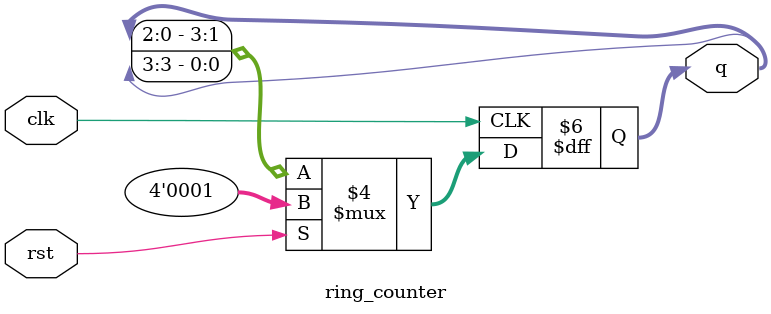
<source format=v>
module ring_counter(clk,rst,q);
	input clk,rst;
	output [3:0]q;
	reg [3:0]q;
	always@(posedge clk)
	begin
		if(rst==1)
			q=1;
		else
			q={q[2:0],q[3]};
	end
endmodule

</source>
